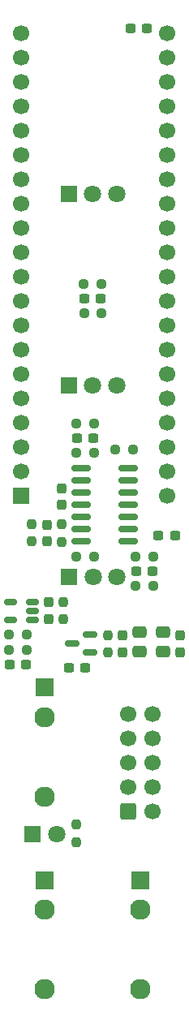
<source format=gbr>
%TF.GenerationSoftware,KiCad,Pcbnew,6.0.11+dfsg-1~bpo11+1*%
%TF.CreationDate,2023-04-14T10:24:11+08:00*%
%TF.ProjectId,MiniVerb - Main,4d696e69-5665-4726-9220-2d204d61696e,rev?*%
%TF.SameCoordinates,Original*%
%TF.FileFunction,Soldermask,Bot*%
%TF.FilePolarity,Negative*%
%FSLAX46Y46*%
G04 Gerber Fmt 4.6, Leading zero omitted, Abs format (unit mm)*
G04 Created by KiCad (PCBNEW 6.0.11+dfsg-1~bpo11+1) date 2023-04-14 10:24:11*
%MOMM*%
%LPD*%
G01*
G04 APERTURE LIST*
G04 Aperture macros list*
%AMRoundRect*
0 Rectangle with rounded corners*
0 $1 Rounding radius*
0 $2 $3 $4 $5 $6 $7 $8 $9 X,Y pos of 4 corners*
0 Add a 4 corners polygon primitive as box body*
4,1,4,$2,$3,$4,$5,$6,$7,$8,$9,$2,$3,0*
0 Add four circle primitives for the rounded corners*
1,1,$1+$1,$2,$3*
1,1,$1+$1,$4,$5*
1,1,$1+$1,$6,$7*
1,1,$1+$1,$8,$9*
0 Add four rect primitives between the rounded corners*
20,1,$1+$1,$2,$3,$4,$5,0*
20,1,$1+$1,$4,$5,$6,$7,0*
20,1,$1+$1,$6,$7,$8,$9,0*
20,1,$1+$1,$8,$9,$2,$3,0*%
G04 Aperture macros list end*
%ADD10R,1.800000X1.800000*%
%ADD11C,1.800000*%
%ADD12R,1.930000X1.830000*%
%ADD13C,2.130000*%
%ADD14RoundRect,0.237500X-0.237500X0.250000X-0.237500X-0.250000X0.237500X-0.250000X0.237500X0.250000X0*%
%ADD15RoundRect,0.237500X-0.250000X-0.237500X0.250000X-0.237500X0.250000X0.237500X-0.250000X0.237500X0*%
%ADD16RoundRect,0.150000X0.512500X0.150000X-0.512500X0.150000X-0.512500X-0.150000X0.512500X-0.150000X0*%
%ADD17RoundRect,0.237500X0.300000X0.237500X-0.300000X0.237500X-0.300000X-0.237500X0.300000X-0.237500X0*%
%ADD18RoundRect,0.237500X-0.300000X-0.237500X0.300000X-0.237500X0.300000X0.237500X-0.300000X0.237500X0*%
%ADD19RoundRect,0.150000X0.587500X0.150000X-0.587500X0.150000X-0.587500X-0.150000X0.587500X-0.150000X0*%
%ADD20RoundRect,0.237500X0.250000X0.237500X-0.250000X0.237500X-0.250000X-0.237500X0.250000X-0.237500X0*%
%ADD21RoundRect,0.250000X-0.475000X0.337500X-0.475000X-0.337500X0.475000X-0.337500X0.475000X0.337500X0*%
%ADD22RoundRect,0.150000X0.825000X0.150000X-0.825000X0.150000X-0.825000X-0.150000X0.825000X-0.150000X0*%
%ADD23RoundRect,0.237500X0.237500X-0.300000X0.237500X0.300000X-0.237500X0.300000X-0.237500X-0.300000X0*%
%ADD24RoundRect,0.237500X0.237500X-0.250000X0.237500X0.250000X-0.237500X0.250000X-0.237500X-0.250000X0*%
%ADD25RoundRect,0.250000X-0.600000X-0.600000X0.600000X-0.600000X0.600000X0.600000X-0.600000X0.600000X0*%
%ADD26C,1.700000*%
%ADD27R,1.700000X1.700000*%
%ADD28RoundRect,0.237500X-0.237500X0.300000X-0.237500X-0.300000X0.237500X-0.300000X0.237500X0.300000X0*%
%ADD29RoundRect,0.250000X0.475000X-0.337500X0.475000X0.337500X-0.475000X0.337500X-0.475000X-0.337500X0*%
G04 APERTURE END LIST*
D10*
%TO.C,FEEDBACK_POT1*%
X167599067Y-88590933D03*
D11*
X170099067Y-88590933D03*
X172599067Y-88590933D03*
%TD*%
D12*
%TO.C,CV1_IN1*%
X165069067Y-120085933D03*
D13*
X165069067Y-131485933D03*
X165069067Y-123185933D03*
%TD*%
D12*
%TO.C,AUDIO_OUT1*%
X175099067Y-140207933D03*
D13*
X175099067Y-151607933D03*
X175099067Y-143307933D03*
%TD*%
D10*
%TO.C,MOD_POT1*%
X167659067Y-108600933D03*
D11*
X170159067Y-108600933D03*
X172659067Y-108600933D03*
%TD*%
D10*
%TO.C,LEVEL_POT1*%
X167619067Y-68600933D03*
D11*
X170119067Y-68600933D03*
X172619067Y-68600933D03*
%TD*%
D10*
%TO.C,D1*%
X163825000Y-135400000D03*
D11*
X166365000Y-135400000D03*
%TD*%
D12*
%TO.C,AUDIO_IN1*%
X165099067Y-140207933D03*
D13*
X165099067Y-151607933D03*
X165099067Y-143307933D03*
%TD*%
D14*
%TO.C,R2*%
X163760000Y-103052500D03*
X163760000Y-104877500D03*
%TD*%
%TO.C,R12*%
X171649067Y-114633433D03*
X171649067Y-116458433D03*
%TD*%
D15*
%TO.C,R9*%
X174572446Y-109524312D03*
X176397446Y-109524312D03*
%TD*%
D16*
%TO.C,U3*%
X163836567Y-111170933D03*
X163836567Y-112120933D03*
X163836567Y-113070933D03*
X161561567Y-113070933D03*
X161561567Y-111170933D03*
%TD*%
D17*
%TO.C,C3*%
X170195000Y-94105000D03*
X168470000Y-94105000D03*
%TD*%
D18*
%TO.C,C1*%
X169237500Y-79530000D03*
X170962500Y-79530000D03*
%TD*%
D15*
%TO.C,R6*%
X172487500Y-95250000D03*
X174312500Y-95250000D03*
%TD*%
D17*
%TO.C,C13*%
X175749067Y-51345933D03*
X174024067Y-51345933D03*
%TD*%
D15*
%TO.C,R13*%
X161399067Y-114620933D03*
X163224067Y-114620933D03*
%TD*%
D19*
%TO.C,U2*%
X169861567Y-114545933D03*
X169861567Y-116445933D03*
X167986567Y-115495933D03*
%TD*%
D20*
%TO.C,R1*%
X171012500Y-78000000D03*
X169187500Y-78000000D03*
%TD*%
%TO.C,R5*%
X170237500Y-106475000D03*
X168412500Y-106475000D03*
%TD*%
D21*
%TO.C,C5*%
X177449067Y-114308433D03*
X177449067Y-116383433D03*
%TD*%
D22*
%TO.C,U1*%
X173844067Y-97235933D03*
X173844067Y-98505933D03*
X173844067Y-99775933D03*
X173844067Y-101045933D03*
X173844067Y-102315933D03*
X173844067Y-103585933D03*
X173844067Y-104855933D03*
X168894067Y-104855933D03*
X168894067Y-103585933D03*
X168894067Y-102315933D03*
X168894067Y-101045933D03*
X168894067Y-99775933D03*
X168894067Y-98505933D03*
X168894067Y-97235933D03*
%TD*%
D23*
%TO.C,C2*%
X165300000Y-104837500D03*
X165300000Y-103112500D03*
%TD*%
D17*
%TO.C,C10*%
X163174067Y-117670933D03*
X161449067Y-117670933D03*
%TD*%
D24*
%TO.C,R4*%
X166860000Y-104887500D03*
X166860000Y-103062500D03*
%TD*%
D17*
%TO.C,C7*%
X178686567Y-104220933D03*
X176961567Y-104220933D03*
%TD*%
D25*
%TO.C,J1*%
X173846567Y-133056933D03*
D26*
X176386567Y-133056933D03*
X173846567Y-130516933D03*
X176386567Y-130516933D03*
X173846567Y-127976933D03*
X176386567Y-127976933D03*
X173846567Y-125436933D03*
X176386567Y-125436933D03*
X173846567Y-122896933D03*
X176386567Y-122896933D03*
%TD*%
D15*
%TO.C,R16*%
X161399067Y-116145933D03*
X163224067Y-116145933D03*
%TD*%
D27*
%TO.C,A1*%
X162660000Y-100095933D03*
D26*
X162660000Y-97555933D03*
X162660000Y-95015933D03*
X162660000Y-92475933D03*
X162660000Y-89935933D03*
X162660000Y-87395933D03*
X162660000Y-84855933D03*
X162660000Y-82315933D03*
X162660000Y-79775933D03*
X162660000Y-77235933D03*
X162660000Y-74695933D03*
X162660000Y-72155933D03*
X162660000Y-69615933D03*
X162660000Y-67075933D03*
X162660000Y-64535933D03*
X162660000Y-61995933D03*
X162660000Y-59455933D03*
X162660000Y-56915933D03*
X162660000Y-54375933D03*
X162660000Y-51835933D03*
X177900000Y-51835933D03*
X177900000Y-54375933D03*
X177900000Y-56915933D03*
X177900000Y-59455933D03*
X177900000Y-61995933D03*
X177900000Y-64535933D03*
X177900000Y-67075933D03*
X177900000Y-69615933D03*
X177900000Y-72155933D03*
X177900000Y-74695933D03*
X177900000Y-77235933D03*
X177900000Y-79775933D03*
X177900000Y-82315933D03*
X177900000Y-84855933D03*
X177900000Y-87395933D03*
X177900000Y-89935933D03*
X177900000Y-92475933D03*
X177900000Y-95015933D03*
X177900000Y-97555933D03*
X177900000Y-100095933D03*
%TD*%
D24*
%TO.C,R11*%
X168350000Y-136231250D03*
X168350000Y-134406250D03*
%TD*%
D15*
%TO.C,R8*%
X174592446Y-106474312D03*
X176417446Y-106474312D03*
%TD*%
D18*
%TO.C,C4*%
X174622446Y-107994312D03*
X176347446Y-107994312D03*
%TD*%
D20*
%TO.C,R7*%
X170245000Y-95635000D03*
X168420000Y-95635000D03*
%TD*%
D14*
%TO.C,R17*%
X167074067Y-111158433D03*
X167074067Y-112983433D03*
%TD*%
D23*
%TO.C,FB1*%
X179224067Y-116428433D03*
X179224067Y-114703433D03*
%TD*%
D28*
%TO.C,C14*%
X165549067Y-111208433D03*
X165549067Y-112933433D03*
%TD*%
D17*
%TO.C,C9*%
X169311567Y-118020933D03*
X167586567Y-118020933D03*
%TD*%
D15*
%TO.C,R10*%
X168400000Y-92585000D03*
X170225000Y-92585000D03*
%TD*%
D28*
%TO.C,C8*%
X166849067Y-99333433D03*
X166849067Y-101058433D03*
%TD*%
D29*
%TO.C,C6*%
X174974067Y-116383433D03*
X174974067Y-114308433D03*
%TD*%
D15*
%TO.C,R3*%
X169197500Y-81060000D03*
X171022500Y-81060000D03*
%TD*%
D23*
%TO.C,FB2*%
X173174067Y-116408433D03*
X173174067Y-114683433D03*
%TD*%
M02*

</source>
